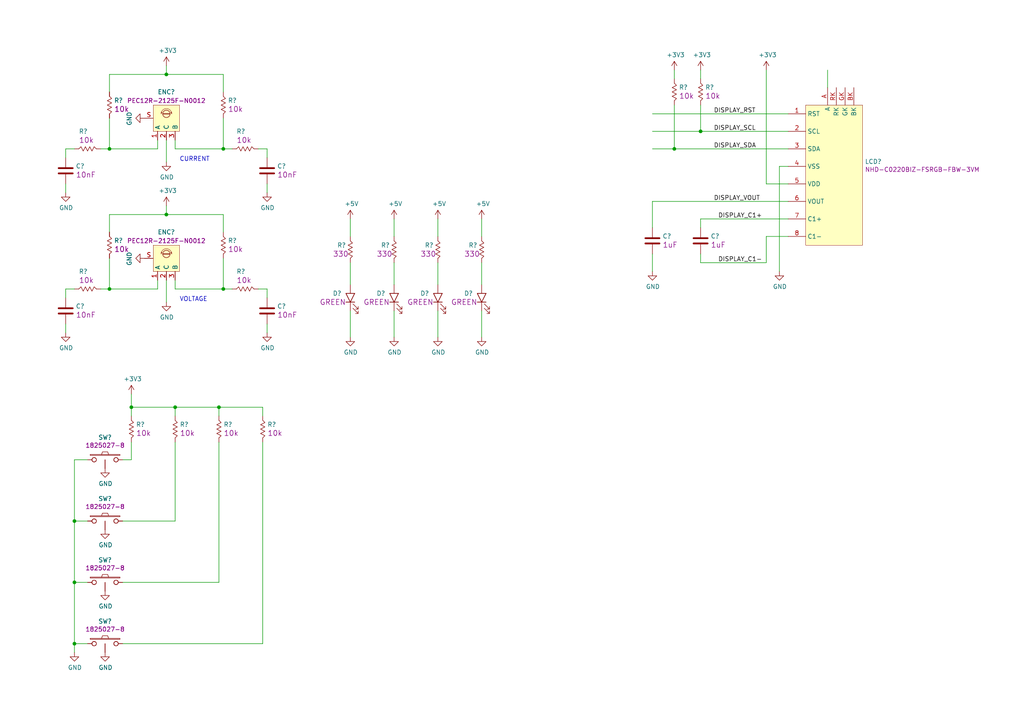
<source format=kicad_sch>
(kicad_sch (version 20211123) (generator eeschema)
  (paper "A4")
  (lib_symbols
    (symbol "master-vampire_General:C" (pin_numbers hide)
      (property "Reference" "C" (at 3.81 2.54 0))
      (property "Capacitance" "1uF" (at 6.35 0 0))
      (symbol "C_0_1"
        (polyline (pts (xy -2.032 -0.762) (xy 2.032 -0.762)) (stroke (width 0.508)))
        (polyline (pts (xy -2.032 0.762) (xy 2.032 0.762)) (stroke (width 0.508)))
      )
      (symbol "C_1_1"
        (pin passive line (at 0 3.81 270) (length 2.794) (name "~") (number "1"))
        (pin passive line (at 0 -3.81 90) (length 2.794) (name "~") (number "2"))
      )
    )
    (symbol "master-vampire_General:ENC_ACB_SHIELD"
      (property "Reference" "ENC" (at 0 7.62 0))
      (property "MPN" "DNP" (at 0 5.08 0))
      (symbol "ENC_ACB_SHIELD_0_1"
        (rectangle (start -3.81 -3.81) (end 3.81 3.81) (stroke (width 0.1016)) (fill (type background)))
        (polyline (pts (xy -1.016 1.27) (xy 1.016 1.27)) (stroke (width 0.254)))
        (polyline (pts (xy -1.524 1.27) (xy -1.27 1.778) (xy -1.524 1.778) (xy -1.524 1.27)) (stroke (width 0.1016)))
        (polyline (pts (xy 1.524 1.27) (xy 1.27 1.778) (xy 1.524 1.778) (xy 1.524 1.27)) (stroke (width 0.1016)))
        (circle (center 0 1.27) (radius 1.0668))
        (arc (start 1.524 1.27) (mid 0 2.794) (end -1.524 1.27) (stroke (width 0.1016)))
      )
      (symbol "ENC_ACB_SHIELD_1_1"
        (pin input line (at -2.54 -6.35 90) (length 2.54) (name "A") (number "1"))
        (pin input line (at 0 -6.35 90) (length 2.54) (name "C") (number "2"))
        (pin input line (at 2.54 -6.35 90) (length 2.54) (name "B") (number "3"))
        (pin input line (at -6.35 0 0) (length 2.54) (name "~") (number "S"))
      )
    )
    (symbol "master-vampire_General:LCD_NHD-C0220BIZ-FSRGB-FBW-3VM"
      (property "Reference" "LCD" (at -7.62 21.59 0))
      (property "MPN" "NHD-C0220BIZ-FSRGB-FBW-3VM" (at 1.27 -21.59 0))
      (symbol "LCD_NHD-C0220BIZ-FSRGB-FBW-3VM_0_1"
        (rectangle (start -8.89 20.32) (end 7.62 -20.32) (stroke (width 0.1016)) (fill (type background)))
      )
      (symbol "LCD_NHD-C0220BIZ-FSRGB-FBW-3VM_1_1"
        (pin input line (at -13.97 17.78 0) (length 5.08) (name "RST") (number "1"))
        (pin bidirectional line (at -13.97 12.7 0) (length 5.08) (name "SCL") (number "2"))
        (pin bidirectional line (at -13.97 7.62 0) (length 5.08) (name "SDA") (number "3"))
        (pin power_in line (at -13.97 2.54 0) (length 5.08) (name "VSS") (number "4"))
        (pin power_in line (at -13.97 -2.54 0) (length 5.08) (name "VDD") (number "5"))
        (pin power_out line (at -13.97 -7.62 0) (length 5.08) (name "VOUT") (number "6"))
        (pin bidirectional line (at -13.97 -12.7 0) (length 5.08) (name "C1+") (number "7"))
        (pin bidirectional line (at -13.97 -17.78 0) (length 5.08) (name "C1-") (number "8"))
        (pin input line (at -2.54 25.4 270) (length 5.08) (name "A") (number "A"))
        (pin output line (at 5.08 25.4 270) (length 5.08) (name "BK") (number "BK"))
        (pin output line (at 2.54 25.4 270) (length 5.08) (name "GK") (number "GK"))
        (pin output line (at 0 25.4 270) (length 5.08) (name "RK") (number "RK"))
      )
    )
    (symbol "master-vampire_General:LED" (pin_numbers hide) (pin_names hide)
      (property "Reference" "D" (at 0 2.54 0))
      (property "MPN" "DNP" (at 0 -6.35 0))
      (property "Color" "Red" (at 0 -3.81 0))
      (symbol "LED_0_1"
        (polyline (pts (xy -1.27 -1.27) (xy -1.27 1.27)) (stroke (width 0.2032)))
        (polyline (pts (xy 1.27 -1.27) (xy 1.27 1.27) (xy -1.27 0) (xy 1.27 -1.27)) (stroke (width 0.2032)))
        (polyline (pts (xy -3.048 -0.762) (xy -4.572 -2.286) (xy -3.81 -2.286) (xy -4.572 -2.286) (xy -4.572 -1.524)))
        (polyline (pts (xy -1.778 -0.762) (xy -3.302 -2.286) (xy -2.54 -2.286) (xy -3.302 -2.286) (xy -3.302 -1.524)))
      )
      (symbol "LED_1_1"
        (pin passive line (at 3.81 0 180) (length 2.54) (name "A") (number "A"))
        (pin passive line (at -3.81 0 0) (length 2.54) (name "K") (number "K"))
      )
    )
    (symbol "master-vampire_General:R" (pin_numbers hide) (pin_names (offset 0))
      (property "Reference" "R" (at 0 2.54 0))
      (property "Resistance" "10k" (at 0 -2.54 0))
      (symbol "R_0_1"
        (polyline (pts (xy -2.54 0) (xy -1.905 0.635) (xy -1.27 -0.635) (xy -0.635 0.635) (xy 0 -0.635) (xy 0.635 0.635) (xy 1.27 -0.635) (xy 1.905 0.635) (xy 2.54 0)))
      )
      (symbol "R_1_1"
        (pin passive line (at 3.81 0 180) (length 1.27) (name "~") (number "1"))
        (pin passive line (at -3.81 0 0) (length 1.27) (name "~") (number "2"))
      )
    )
    (symbol "master-vampire_General:SW_2-Pin_SHIELD" (pin_numbers hide) (pin_names hide)
      (property "Reference" "SW" (at 3.81 2.794 0))
      (symbol "SW_2-Pin_SHIELD_0_1"
        (rectangle (start -4.318 1.27) (end 4.318 1.524))
        (polyline (pts (xy -1.016 1.524) (xy -0.762 2.286) (xy 0.762 2.286) (xy 1.016 1.524)))
        (pin bidirectional inverted (at -5.08 0 0) (length 2.54) (name "in") (number "1"))
        (pin bidirectional inverted (at 5.08 0 180) (length 2.54) (name "out") (number "2"))
        (pin bidirectional line (at 0 -2.54 90) (length 2.54) (name "shield") (number "3"))
      )
    )
    (symbol "power:+3.3V" (power) (pin_names (offset 0))
      (property "Value" "+3.3V" (at 0 3.556 0))
      (symbol "+3.3V_0_1"
        (polyline (pts (xy -0.762 1.27) (xy 0 2.54)))
        (polyline (pts (xy 0 0) (xy 0 2.54)))
        (polyline (pts (xy 0 2.54) (xy 0.762 1.27)))
      )
      (symbol "+3.3V_1_1"
        (pin power_in line (at 0 0 90) (length 0) hide (name "+3V3") (number "1"))
      )
    )
    (symbol "power:+5V" (power) (pin_names (offset 0))
      (property "Value" "+5V" (at 0 3.556 0))
      (symbol "+5V_0_1"
        (polyline (pts (xy -0.762 1.27) (xy 0 2.54)))
        (polyline (pts (xy 0 0) (xy 0 2.54)))
        (polyline (pts (xy 0 2.54) (xy 0.762 1.27)))
      )
      (symbol "+5V_1_1"
        (pin power_in line (at 0 0 90) (length 0) hide (name "+5V") (number "1"))
      )
    )
    (symbol "power:GND" (power) (pin_names (offset 0))
      (property "Value" "GND" (at 0 -3.81 0))
      (symbol "GND_0_1"
        (polyline (pts (xy 0 0) (xy 0 -1.27) (xy 1.27 -1.27) (xy 0 -2.54) (xy -1.27 -1.27) (xy 0 -1.27)))
      )
      (symbol "GND_1_1"
        (pin power_in line (at 0 0 270) (length 0) hide (name "GND") (number "1"))
      )
    )
  )
  (junction (at 21.59 168.91))
  (junction (at 31.75 43.18))
  (junction (at 195.58 43.18))
  (junction (at 203.2 38.1))
  (junction (at 21.59 186.69))
  (junction (at 64.77 83.82))
  (junction (at 38.1 118.11))
  (junction (at 63.5 118.11))
  (junction (at 48.26 62.23))
  (junction (at 48.26 21.59))
  (junction (at 50.8 118.11))
  (junction (at 21.59 151.13))
  (junction (at 31.75 83.82))
  (junction (at 64.77 43.18))
  (wire (pts (xy 31.75 34.29) (xy 31.75 43.18)))
  (wire (pts (xy 203.2 73.66) (xy 203.2 76.2)))
  (wire (pts (xy 189.23 58.42) (xy 228.6 58.42)))
  (wire (pts (xy 76.2 128.27) (xy 76.2 186.69)))
  (wire (pts (xy 31.75 74.93) (xy 31.75 83.82)))
  (wire (pts (xy 64.77 83.82) (xy 50.8 83.82)))
  (wire (pts (xy 189.23 33.02) (xy 228.6 33.02)))
  (wire (pts (xy 114.3 90.17) (xy 114.3 97.79)))
  (wire (pts (xy 74.93 83.82) (xy 77.47 83.82)))
  (wire (pts (xy 35.56 133.35) (xy 38.1 133.35)))
  (wire (pts (xy 139.7 63.5) (xy 139.7 68.58)))
  (wire (pts (xy 21.59 43.18) (xy 19.05 43.18)))
  (wire (pts (xy 64.77 34.29) (xy 64.77 43.18)))
  (wire (pts (xy 203.2 63.5) (xy 203.2 66.04)))
  (wire (pts (xy 228.6 68.58) (xy 222.25 68.58)))
  (wire (pts (xy 101.6 90.17) (xy 101.6 97.79)))
  (wire (pts (xy 31.75 62.23) (xy 48.26 62.23)))
  (wire (pts (xy 35.56 168.91) (xy 63.5 168.91)))
  (wire (pts (xy 77.47 43.18) (xy 77.47 45.72)))
  (wire (pts (xy 50.8 43.18) (xy 50.8 40.64)))
  (wire (pts (xy 77.47 83.82) (xy 77.47 86.36)))
  (wire (pts (xy 127 90.17) (xy 127 97.79)))
  (wire (pts (xy 74.93 43.18) (xy 77.47 43.18)))
  (wire (pts (xy 228.6 43.18) (xy 195.58 43.18)))
  (wire (pts (xy 77.47 96.52) (xy 77.47 93.98)))
  (wire (pts (xy 195.58 30.48) (xy 195.58 43.18)))
  (wire (pts (xy 63.5 120.65) (xy 63.5 118.11)))
  (wire (pts (xy 38.1 133.35) (xy 38.1 128.27)))
  (wire (pts (xy 76.2 186.69) (xy 35.56 186.69)))
  (wire (pts (xy 63.5 118.11) (xy 50.8 118.11)))
  (wire (pts (xy 222.25 68.58) (xy 222.25 76.2)))
  (wire (pts (xy 203.2 20.32) (xy 203.2 22.86)))
  (wire (pts (xy 114.3 63.5) (xy 114.3 68.58)))
  (wire (pts (xy 222.25 53.34) (xy 228.6 53.34)))
  (wire (pts (xy 45.72 83.82) (xy 45.72 81.28)))
  (wire (pts (xy 29.21 83.82) (xy 31.75 83.82)))
  (wire (pts (xy 222.25 20.32) (xy 222.25 53.34)))
  (wire (pts (xy 189.23 38.1) (xy 203.2 38.1)))
  (wire (pts (xy 31.75 21.59) (xy 48.26 21.59)))
  (wire (pts (xy 240.03 20.32) (xy 240.03 25.4)))
  (wire (pts (xy 189.23 78.74) (xy 189.23 73.66)))
  (wire (pts (xy 31.75 67.31) (xy 31.75 62.23)))
  (wire (pts (xy 19.05 43.18) (xy 19.05 45.72)))
  (wire (pts (xy 25.4 133.35) (xy 21.59 133.35)))
  (wire (pts (xy 63.5 168.91) (xy 63.5 128.27)))
  (wire (pts (xy 31.75 83.82) (xy 45.72 83.82)))
  (wire (pts (xy 64.77 74.93) (xy 64.77 83.82)))
  (wire (pts (xy 64.77 62.23) (xy 64.77 67.31)))
  (wire (pts (xy 19.05 96.52) (xy 19.05 93.98)))
  (wire (pts (xy 67.31 83.82) (xy 64.77 83.82)))
  (wire (pts (xy 228.6 48.26) (xy 226.06 48.26)))
  (wire (pts (xy 203.2 76.2) (xy 222.25 76.2)))
  (wire (pts (xy 127 76.2) (xy 127 82.55)))
  (wire (pts (xy 50.8 83.82) (xy 50.8 81.28)))
  (wire (pts (xy 64.77 43.18) (xy 50.8 43.18)))
  (wire (pts (xy 48.26 81.28) (xy 48.26 87.63)))
  (wire (pts (xy 50.8 118.11) (xy 38.1 118.11)))
  (wire (pts (xy 189.23 58.42) (xy 189.23 66.04)))
  (wire (pts (xy 226.06 48.26) (xy 226.06 78.74)))
  (wire (pts (xy 29.21 43.18) (xy 31.75 43.18)))
  (wire (pts (xy 77.47 55.88) (xy 77.47 53.34)))
  (wire (pts (xy 31.75 26.67) (xy 31.75 21.59)))
  (wire (pts (xy 25.4 151.13) (xy 21.59 151.13)))
  (wire (pts (xy 50.8 120.65) (xy 50.8 118.11)))
  (wire (pts (xy 25.4 168.91) (xy 21.59 168.91)))
  (wire (pts (xy 48.26 19.05) (xy 48.26 21.59)))
  (wire (pts (xy 127 63.5) (xy 127 68.58)))
  (wire (pts (xy 21.59 168.91) (xy 21.59 186.69)))
  (wire (pts (xy 64.77 21.59) (xy 64.77 26.67)))
  (wire (pts (xy 21.59 186.69) (xy 21.59 189.23)))
  (wire (pts (xy 38.1 114.3) (xy 38.1 118.11)))
  (wire (pts (xy 19.05 55.88) (xy 19.05 53.34)))
  (wire (pts (xy 67.31 43.18) (xy 64.77 43.18)))
  (wire (pts (xy 48.26 62.23) (xy 64.77 62.23)))
  (wire (pts (xy 76.2 120.65) (xy 76.2 118.11)))
  (wire (pts (xy 195.58 20.32) (xy 195.58 22.86)))
  (wire (pts (xy 50.8 151.13) (xy 35.56 151.13)))
  (wire (pts (xy 31.75 43.18) (xy 45.72 43.18)))
  (wire (pts (xy 19.05 83.82) (xy 19.05 86.36)))
  (wire (pts (xy 21.59 151.13) (xy 21.59 168.91)))
  (wire (pts (xy 45.72 43.18) (xy 45.72 40.64)))
  (wire (pts (xy 76.2 118.11) (xy 63.5 118.11)))
  (wire (pts (xy 101.6 76.2) (xy 101.6 82.55)))
  (wire (pts (xy 21.59 133.35) (xy 21.59 151.13)))
  (wire (pts (xy 101.6 63.5) (xy 101.6 68.58)))
  (wire (pts (xy 48.26 59.69) (xy 48.26 62.23)))
  (wire (pts (xy 203.2 38.1) (xy 228.6 38.1)))
  (wire (pts (xy 48.26 21.59) (xy 64.77 21.59)))
  (wire (pts (xy 114.3 76.2) (xy 114.3 82.55)))
  (wire (pts (xy 25.4 186.69) (xy 21.59 186.69)))
  (wire (pts (xy 139.7 90.17) (xy 139.7 97.79)))
  (wire (pts (xy 21.59 83.82) (xy 19.05 83.82)))
  (wire (pts (xy 50.8 128.27) (xy 50.8 151.13)))
  (wire (pts (xy 139.7 76.2) (xy 139.7 82.55)))
  (wire (pts (xy 203.2 63.5) (xy 228.6 63.5)))
  (wire (pts (xy 203.2 30.48) (xy 203.2 38.1)))
  (wire (pts (xy 195.58 43.18) (xy 189.23 43.18)))
  (wire (pts (xy 48.26 40.64) (xy 48.26 46.99)))
  (wire (pts (xy 38.1 118.11) (xy 38.1 120.65)))
  (text "VOLTAGE" (at 52.07 87.63 0) (effects (font (size 1.27 1.27)) (justify left bottom)))
  (text "CURRENT" (at 52.07 46.99 0) (effects (font (size 1.27 1.27)) (justify left bottom)))
  (label "DISPLAY_C1+" (at 208.28 63.5 0))
  (label "DISPLAY_SDA" (at 207.01 43.18 0))
  (label "DISPLAY_VOUT" (at 207.01 58.42 0))
  (label "DISPLAY_C1-" (at 208.28 76.2 0))
  (label "DISPLAY_SCL" (at 207.01 38.1 0))
  (label "DISPLAY_RST" (at 207.01 33.02 0))
  (symbol (lib_id "master-vampire_General:C") (at 189.23 69.85 0) (unit 1)
    (property "Reference" "C?" (at 192.151 68.5038 0) (effects (justify left)))
    (property "Capacitance" "1uF" (at 192.151 71.0184 0) (effects (font (size 1.524 1.524)) (justify left)))
    (property "Voltage Rating" "50V" (effects hide))
    (property "TempCo" "X7R" (effects hide))
    (property "Tolerance" "±20%" (effects hide))
    (property "Package" "0603" (effects hide))
    (property "MPN" "DNP" (effects hide))
    (property "Manufacturer" "DNP" (effects hide))
    (property "Supplier" "DNP" (effects hide))
    (property "Supplier PN" "DNP" (effects hide))
  )
  (symbol (lib_id "master-vampire_General:R") (at 195.58 26.67 270) (unit 1)
    (property "Reference" "R?" (at 196.9262 25.3238 90) (effects (justify left)))
    (property "Resistance" "10k" (at 196.9262 27.8384 90) (effects (font (size 1.524 1.524)) (justify left)))
    (property "Power" "1/10W" (effects hide))
    (property "Package" "0603" (effects hide))
    (property "Tolerance" "5%" (effects hide))
    (property "MPN" "DNP" (effects hide))
    (property "Manufacturer" "DNP" (effects hide))
    (property "Supplier" "DNP" (effects hide))
    (property "Supplier PN" "DNP" (effects hide))
  )
  (symbol (lib_id "master-vampire_General:C") (at 203.2 69.85 0) (unit 1)
    (property "Reference" "C?" (at 206.121 68.5038 0) (effects (justify left)))
    (property "Capacitance" "1uF" (at 206.121 71.0184 0) (effects (font (size 1.524 1.524)) (justify left)))
    (property "Voltage Rating" "50V" (effects hide))
    (property "TempCo" "X7R" (effects hide))
    (property "Tolerance" "±20%" (effects hide))
    (property "Package" "0603" (effects hide))
    (property "MPN" "DNP" (effects hide))
    (property "Manufacturer" "DNP" (effects hide))
    (property "Supplier" "DNP" (effects hide))
    (property "Supplier PN" "DNP" (effects hide))
  )
  (symbol (lib_id "master-vampire_General:R") (at 203.2 26.67 270) (unit 1)
    (property "Reference" "R?" (at 204.5462 25.3238 90) (effects (justify left)))
    (property "Resistance" "10k" (at 204.5462 27.8384 90) (effects (font (size 1.524 1.524)) (justify left)))
    (property "Power" "1/10W" (effects hide))
    (property "Package" "0603" (effects hide))
    (property "Tolerance" "5%" (effects hide))
    (property "MPN" "DNP" (effects hide))
    (property "Manufacturer" "DNP" (effects hide))
    (property "Supplier" "DNP" (effects hide))
    (property "Supplier PN" "DNP" (effects hide))
  )
  (symbol (lib_id "power:+3.3V") (at 222.25 20.32 0) (unit 1)
    (property "Reference" "#PWR?" (effects hide))
  )
  (symbol (lib_id "power:GND") (at 226.06 78.74 0) (unit 1)
    (property "Reference" "#PWR?" (effects hide))
  )
  (symbol (lib_id "master-vampire_General:LCD_NHD-C0220BIZ-FSRGB-FBW-3VM") (at 242.57 50.8 0) (unit 1)
    (property "Reference" "LCD?" (at 250.8504 46.863 0) (effects (justify left)))
    (property "MPN" "NHD-C0220BIZ-FSRGB-FBW-3VM" (at 250.8504 49.1744 0) (effects (justify left)))
    (property "Manufacturer" "Newhaven Display Intl" (effects hide))
    (property "Supplier" "DNP" (effects hide))
    (property "Supplier PN" "DNP" (effects hide))
    (property "Package" "Thru Hole" (effects hide))
  )
  (symbol (lib_id "power:+3.3V") (at 203.2 20.32 0) (unit 1)
    (property "Reference" "#PWR?" (effects hide))
  )
  (symbol (lib_id "power:+3.3V") (at 195.58 20.32 0) (unit 1)
    (property "Reference" "#PWR?" (effects hide))
  )
  (symbol (lib_id "power:GND") (at 189.23 78.74 0) (unit 1)
    (property "Reference" "#PWR?" (effects hide))
  )
  (symbol (lib_id "master-vampire_General:SW_2-Pin_SHIELD") (at 30.48 186.69 0) (unit 1)
    (property "Reference" "SW?" (at 30.48 180.213 0))
    (property "Supplier" "DigiKey" (effects hide))
    (property "Supplier PN" "450-1657-ND" (effects hide))
    (property "MPN" "1825027-8" (at 30.48 182.5244 0))
    (property "Manufacturer" "TE Connectivity ALCOSWITCH Switches" (effects hide))
    (property "Package" "Through Hole, Right Angle" (effects hide))
  )
  (symbol (lib_id "master-vampire_General:ENC_ACB_SHIELD") (at 48.26 34.29 0) (unit 1)
    (property "Reference" "ENC?" (at 45.72 26.67 0) (effects (justify left)))
    (property "Manufacturer" "Bourns Inc." (effects hide))
    (property "MPN" "PEC12R-2125F-N0012" (at 36.83 29.21 0) (effects (justify left)))
    (property "Supplier" "DigiKey" (effects hide))
    (property "Supplier PN" "PEC12R-2125F-N0012-ND" (effects hide))
    (property "Package" "Thru-hole, Right-angle" (effects hide))
  )
  (symbol (lib_id "master-vampire_General:SW_2-Pin_SHIELD") (at 30.48 168.91 0) (unit 1)
    (property "Reference" "SW?" (at 30.48 162.433 0))
    (property "Supplier" "DigiKey" (effects hide))
    (property "Supplier PN" "450-1657-ND" (effects hide))
    (property "MPN" "1825027-8" (at 30.48 164.7444 0))
    (property "Manufacturer" "TE Connectivity ALCOSWITCH Switches" (effects hide))
    (property "Package" "Through Hole, Right Angle" (effects hide))
  )
  (symbol (lib_id "master-vampire_General:SW_2-Pin_SHIELD") (at 30.48 151.13 0) (unit 1)
    (property "Reference" "SW?" (at 30.48 144.653 0))
    (property "Supplier" "DigiKey" (effects hide))
    (property "Supplier PN" "450-1657-ND" (effects hide))
    (property "MPN" "1825027-8" (at 30.48 146.9644 0))
    (property "Manufacturer" "TE Connectivity ALCOSWITCH Switches" (effects hide))
    (property "Package" "Through Hole, Right Angle" (effects hide))
  )
  (symbol (lib_id "master-vampire_General:SW_2-Pin_SHIELD") (at 30.48 133.35 0) (unit 1)
    (property "Reference" "SW?" (at 30.48 126.873 0))
    (property "Supplier" "DigiKey" (effects hide))
    (property "Supplier PN" "450-1657-ND" (effects hide))
    (property "MPN" "1825027-8" (at 30.48 129.1844 0))
    (property "Manufacturer" "TE Connectivity ALCOSWITCH Switches" (effects hide))
    (property "Package" "Through Hole, Right Angle" (effects hide))
  )
  (symbol (lib_id "master-vampire_General:LED") (at 101.6 86.36 90) (unit 1)
    (property "Reference" "D?" (at 97.79 85.09 90))
    (property "Manufacturer" "Harvatek Corporation" (effects hide))
    (property "MPN" "HV-31210/230/SYG-U1930" (effects hide))
    (property "Color" "GREEN" (at 96.52 87.63 90) (effects (font (size 1.524 1.524))))
    (property "Supplier" "DigiKey" (effects hide))
    (property "Supplier PN" "3147-HV-31210/230/SYG-U1930-ND" (effects hide))
    (property "Package" "Through Hole, Right Angle" (effects hide))
  )
  (symbol (lib_id "master-vampire_General:R") (at 31.75 30.48 270) (unit 1)
    (property "Reference" "R?" (at 33.0962 29.1338 90) (effects (justify left)))
    (property "Resistance" "10k" (at 33.0962 31.6484 90) (effects (font (size 1.524 1.524)) (justify left)))
    (property "Power" "1/10W" (effects hide))
    (property "Package" "0603" (effects hide))
    (property "Tolerance" "5%" (effects hide))
    (property "MPN" "DNP" (effects hide))
    (property "Manufacturer" "DNP" (effects hide))
    (property "Supplier" "DNP" (effects hide))
    (property "Supplier PN" "DNP" (effects hide))
  )
  (symbol (lib_id "power:GND") (at 48.26 46.99 0) (unit 1)
    (property "Reference" "#PWR?" (effects hide))
  )
  (symbol (lib_id "master-vampire_General:R") (at 64.77 30.48 270) (unit 1)
    (property "Reference" "R?" (at 66.1162 29.1338 90) (effects (justify left)))
    (property "Resistance" "10k" (at 66.1162 31.6484 90) (effects (font (size 1.524 1.524)) (justify left)))
    (property "Power" "1/10W" (effects hide))
    (property "Package" "0603" (effects hide))
    (property "Tolerance" "5%" (effects hide))
    (property "MPN" "DNP" (effects hide))
    (property "Manufacturer" "DNP" (effects hide))
    (property "Supplier" "DNP" (effects hide))
    (property "Supplier PN" "DNP" (effects hide))
  )
  (symbol (lib_id "master-vampire_General:R") (at 25.4 43.18 0) (unit 1)
    (property "Reference" "R?" (at 22.86 38.1 0) (effects (justify left)))
    (property "Resistance" "10k" (at 22.86 40.64 0) (effects (font (size 1.524 1.524)) (justify left)))
    (property "Power" "1/10W" (effects hide))
    (property "Package" "0603" (effects hide))
    (property "Tolerance" "5%" (effects hide))
    (property "MPN" "DNP" (effects hide))
    (property "Manufacturer" "DNP" (effects hide))
    (property "Supplier" "DNP" (effects hide))
    (property "Supplier PN" "DNP" (effects hide))
  )
  (symbol (lib_id "master-vampire_General:R") (at 71.12 43.18 0) (unit 1)
    (property "Reference" "R?" (at 68.58 38.1 0) (effects (justify left)))
    (property "Resistance" "10k" (at 68.58 40.64 0) (effects (font (size 1.524 1.524)) (justify left)))
    (property "Power" "1/10W" (effects hide))
    (property "Package" "0603" (effects hide))
    (property "Tolerance" "5%" (effects hide))
    (property "MPN" "DNP" (effects hide))
    (property "Manufacturer" "DNP" (effects hide))
    (property "Supplier" "DNP" (effects hide))
    (property "Supplier PN" "DNP" (effects hide))
  )
  (symbol (lib_id "master-vampire_General:C") (at 19.05 49.53 0) (unit 1)
    (property "Reference" "C?" (at 21.971 48.1838 0) (effects (justify left)))
    (property "Capacitance" "10nF" (at 21.971 50.6984 0) (effects (font (size 1.524 1.524)) (justify left)))
    (property "Voltage Rating" "50V" (effects hide))
    (property "TempCo" "X7R" (effects hide))
    (property "Tolerance" "±20%" (effects hide))
    (property "Package" "0603" (effects hide))
    (property "MPN" "DNP" (effects hide))
    (property "Manufacturer" "DNP" (effects hide))
    (property "Supplier" "DNP" (effects hide))
    (property "Supplier PN" "DNP" (effects hide))
  )
  (symbol (lib_id "master-vampire_General:C") (at 77.47 49.53 0) (unit 1)
    (property "Reference" "C?" (at 80.391 48.1838 0) (effects (justify left)))
    (property "Capacitance" "10nF" (at 80.391 50.6984 0) (effects (font (size 1.524 1.524)) (justify left)))
    (property "Voltage Rating" "50V" (effects hide))
    (property "TempCo" "X7R" (effects hide))
    (property "Tolerance" "±20%" (effects hide))
    (property "Package" "0603" (effects hide))
    (property "MPN" "DNP" (effects hide))
    (property "Manufacturer" "DNP" (effects hide))
    (property "Supplier" "DNP" (effects hide))
    (property "Supplier PN" "DNP" (effects hide))
  )
  (symbol (lib_id "power:GND") (at 19.05 55.88 0) (unit 1)
    (property "Reference" "#PWR?" (effects hide))
  )
  (symbol (lib_id "power:GND") (at 77.47 55.88 0) (unit 1)
    (property "Reference" "#PWR?" (effects hide))
  )
  (symbol (lib_id "power:+3.3V") (at 48.26 19.05 0) (unit 1)
    (property "Reference" "#PWR?" (effects hide))
  )
  (symbol (lib_id "power:GND") (at 41.91 34.29 270) (unit 1)
    (property "Reference" "#PWR?" (effects hide))
  )
  (symbol (lib_id "master-vampire_General:ENC_ACB_SHIELD") (at 48.26 74.93 0) (unit 1)
    (property "Reference" "ENC?" (at 45.72 67.31 0) (effects (justify left)))
    (property "Manufacturer" "Bourns Inc." (effects hide))
    (property "MPN" "PEC12R-2125F-N0012" (at 36.83 69.85 0) (effects (justify left)))
    (property "Supplier" "DigiKey" (effects hide))
    (property "Supplier PN" "PEC12R-2125F-N0012-ND" (effects hide))
    (property "Package" "Thru-hole, Right-angle" (effects hide))
  )
  (symbol (lib_id "master-vampire_General:R") (at 31.75 71.12 270) (unit 1)
    (property "Reference" "R?" (at 33.0962 69.7738 90) (effects (justify left)))
    (property "Resistance" "10k" (at 33.0962 72.2884 90) (effects (font (size 1.524 1.524)) (justify left)))
    (property "Power" "1/10W" (effects hide))
    (property "Package" "0603" (effects hide))
    (property "Tolerance" "5%" (effects hide))
    (property "MPN" "DNP" (effects hide))
    (property "Manufacturer" "DNP" (effects hide))
    (property "Supplier" "DNP" (effects hide))
    (property "Supplier PN" "DNP" (effects hide))
  )
  (symbol (lib_id "power:GND") (at 48.26 87.63 0) (unit 1)
    (property "Reference" "#PWR?" (effects hide))
  )
  (symbol (lib_id "master-vampire_General:R") (at 64.77 71.12 270) (unit 1)
    (property "Reference" "R?" (at 66.1162 69.7738 90) (effects (justify left)))
    (property "Resistance" "10k" (at 66.1162 72.2884 90) (effects (font (size 1.524 1.524)) (justify left)))
    (property "Power" "1/10W" (effects hide))
    (property "Package" "0603" (effects hide))
    (property "Tolerance" "5%" (effects hide))
    (property "MPN" "DNP" (effects hide))
    (property "Manufacturer" "DNP" (effects hide))
    (property "Supplier" "DNP" (effects hide))
    (property "Supplier PN" "DNP" (effects hide))
  )
  (symbol (lib_id "master-vampire_General:R") (at 25.4 83.82 0) (unit 1)
    (property "Reference" "R?" (at 22.86 78.74 0) (effects (justify left)))
    (property "Resistance" "10k" (at 22.86 81.28 0) (effects (font (size 1.524 1.524)) (justify left)))
    (property "Power" "1/10W" (effects hide))
    (property "Package" "0603" (effects hide))
    (property "Tolerance" "5%" (effects hide))
    (property "MPN" "DNP" (effects hide))
    (property "Manufacturer" "DNP" (effects hide))
    (property "Supplier" "DNP" (effects hide))
    (property "Supplier PN" "DNP" (effects hide))
  )
  (symbol (lib_id "master-vampire_General:R") (at 71.12 83.82 0) (unit 1)
    (property "Reference" "R?" (at 68.58 78.74 0) (effects (justify left)))
    (property "Resistance" "10k" (at 68.58 81.28 0) (effects (font (size 1.524 1.524)) (justify left)))
    (property "Power" "1/10W" (effects hide))
    (property "Package" "0603" (effects hide))
    (property "Tolerance" "5%" (effects hide))
    (property "MPN" "DNP" (effects hide))
    (property "Manufacturer" "DNP" (effects hide))
    (property "Supplier" "DNP" (effects hide))
    (property "Supplier PN" "DNP" (effects hide))
  )
  (symbol (lib_id "master-vampire_General:C") (at 19.05 90.17 0) (unit 1)
    (property "Reference" "C?" (at 21.971 88.8238 0) (effects (justify left)))
    (property "Capacitance" "10nF" (at 21.971 91.3384 0) (effects (font (size 1.524 1.524)) (justify left)))
    (property "Voltage Rating" "50V" (effects hide))
    (property "TempCo" "X7R" (effects hide))
    (property "Tolerance" "±20%" (effects hide))
    (property "Package" "0603" (effects hide))
    (property "MPN" "DNP" (effects hide))
    (property "Manufacturer" "DNP" (effects hide))
    (property "Supplier" "DNP" (effects hide))
    (property "Supplier PN" "DNP" (effects hide))
  )
  (symbol (lib_id "master-vampire_General:C") (at 77.47 90.17 0) (unit 1)
    (property "Reference" "C?" (at 80.391 88.8238 0) (effects (justify left)))
    (property "Capacitance" "10nF" (at 80.391 91.3384 0) (effects (font (size 1.524 1.524)) (justify left)))
    (property "Voltage Rating" "50V" (effects hide))
    (property "TempCo" "X7R" (effects hide))
    (property "Tolerance" "±20%" (effects hide))
    (property "Package" "0603" (effects hide))
    (property "MPN" "DNP" (effects hide))
    (property "Manufacturer" "DNP" (effects hide))
    (property "Supplier" "DNP" (effects hide))
    (property "Supplier PN" "DNP" (effects hide))
  )
  (symbol (lib_id "power:GND") (at 19.05 96.52 0) (unit 1)
    (property "Reference" "#PWR?" (effects hide))
  )
  (symbol (lib_id "power:GND") (at 77.47 96.52 0) (unit 1)
    (property "Reference" "#PWR?" (effects hide))
  )
  (symbol (lib_id "power:+3.3V") (at 48.26 59.69 0) (unit 1)
    (property "Reference" "#PWR?" (effects hide))
  )
  (symbol (lib_id "power:GND") (at 41.91 74.93 270) (unit 1)
    (property "Reference" "#PWR?" (effects hide))
  )
  (symbol (lib_id "master-vampire_General:R") (at 101.6 72.39 270) (unit 1)
    (property "Reference" "R?" (at 97.79 71.12 90) (effects (justify left)))
    (property "Resistance" "330" (at 96.52 73.66 90) (effects (font (size 1.524 1.524)) (justify left)))
    (property "Power" "0.25W" (effects hide))
    (property "Package" "Axial" (effects hide))
    (property "Tolerance" "5" (effects hide))
    (property "MPN" "CF14JT330R" (effects hide))
    (property "Manufacturer" "Stackpole Electronics Inc" (effects hide))
    (property "Supplier" "DigiKey" (effects hide))
    (property "Supplier PN" "CF14JT330RCT-ND" (effects hide))
  )
  (symbol (lib_id "power:GND") (at 101.6 97.79 0) (unit 1)
    (property "Reference" "#PWR?" (effects hide))
  )
  (symbol (lib_id "power:+5V") (at 101.6 63.5 0) (unit 1)
    (property "Reference" "#PWR?" (effects hide))
  )
  (symbol (lib_id "master-vampire_General:R") (at 114.3 72.39 270) (unit 1)
    (property "Reference" "R?" (at 110.49 71.12 90) (effects (justify left)))
    (property "Resistance" "330" (at 109.22 73.66 90) (effects (font (size 1.524 1.524)) (justify left)))
    (property "Power" "0.25W" (effects hide))
    (property "Package" "Axial" (effects hide))
    (property "Tolerance" "5" (effects hide))
    (property "MPN" "CF14JT330R" (effects hide))
    (property "Manufacturer" "Stackpole Electronics Inc" (effects hide))
    (property "Supplier" "DigiKey" (effects hide))
    (property "Supplier PN" "CF14JT330RCT-ND" (effects hide))
  )
  (symbol (lib_id "power:GND") (at 114.3 97.79 0) (unit 1)
    (property "Reference" "#PWR?" (effects hide))
  )
  (symbol (lib_id "power:+5V") (at 114.3 63.5 0) (unit 1)
    (property "Reference" "#PWR?" (effects hide))
  )
  (symbol (lib_id "master-vampire_General:R") (at 127 72.39 270) (unit 1)
    (property "Reference" "R?" (at 123.19 71.12 90) (effects (justify left)))
    (property "Resistance" "330" (at 121.92 73.66 90) (effects (font (size 1.524 1.524)) (justify left)))
    (property "Power" "0.25W" (effects hide))
    (property "Package" "Axial" (effects hide))
    (property "Tolerance" "5" (effects hide))
    (property "MPN" "CF14JT330R" (effects hide))
    (property "Manufacturer" "Stackpole Electronics Inc" (effects hide))
    (property "Supplier" "DigiKey" (effects hide))
    (property "Supplier PN" "CF14JT330RCT-ND" (effects hide))
  )
  (symbol (lib_id "power:GND") (at 127 97.79 0) (unit 1)
    (property "Reference" "#PWR?" (effects hide))
  )
  (symbol (lib_id "power:+5V") (at 127 63.5 0) (unit 1)
    (property "Reference" "#PWR?" (effects hide))
  )
  (symbol (lib_id "master-vampire_General:R") (at 139.7 72.39 270) (unit 1)
    (property "Reference" "R?" (at 135.89 71.12 90) (effects (justify left)))
    (property "Resistance" "330" (at 134.62 73.66 90) (effects (font (size 1.524 1.524)) (justify left)))
    (property "Power" "0.25W" (effects hide))
    (property "Package" "Axial" (effects hide))
    (property "Tolerance" "5" (effects hide))
    (property "MPN" "CF14JT330R" (effects hide))
    (property "Manufacturer" "Stackpole Electronics Inc" (effects hide))
    (property "Supplier" "DigiKey" (effects hide))
    (property "Supplier PN" "CF14JT330RCT-ND" (effects hide))
  )
  (symbol (lib_id "power:GND") (at 139.7 97.79 0) (unit 1)
    (property "Reference" "#PWR?" (effects hide))
  )
  (symbol (lib_id "power:+5V") (at 139.7 63.5 0) (unit 1)
    (property "Reference" "#PWR?" (effects hide))
  )
  (symbol (lib_id "master-vampire_General:R") (at 38.1 124.46 270) (unit 1)
    (property "Reference" "R?" (at 39.4462 123.1138 90) (effects (justify left)))
    (property "Resistance" "10k" (at 39.4462 125.6284 90) (effects (font (size 1.524 1.524)) (justify left)))
    (property "Power" "1/10W" (effects hide))
    (property "Package" "0603" (effects hide))
    (property "Tolerance" "5%" (effects hide))
    (property "MPN" "DNP" (effects hide))
    (property "Manufacturer" "DNP" (effects hide))
    (property "Supplier" "DNP" (effects hide))
    (property "Supplier PN" "DNP" (effects hide))
  )
  (symbol (lib_id "power:GND") (at 30.48 135.89 0) (unit 1)
    (property "Reference" "#PWR?" (effects hide))
  )
  (symbol (lib_id "power:GND") (at 30.48 153.67 0) (unit 1)
    (property "Reference" "#PWR?" (effects hide))
  )
  (symbol (lib_id "power:GND") (at 30.48 171.45 0) (unit 1)
    (property "Reference" "#PWR?" (effects hide))
  )
  (symbol (lib_id "power:GND") (at 30.48 189.23 0) (unit 1)
    (property "Reference" "#PWR?" (effects hide))
  )
  (symbol (lib_id "power:GND") (at 21.59 189.23 0) (unit 1)
    (property "Reference" "#PWR?" (effects hide))
  )
  (symbol (lib_id "master-vampire_General:R") (at 50.8 124.46 270) (unit 1)
    (property "Reference" "R?" (at 52.1462 123.1138 90) (effects (justify left)))
    (property "Resistance" "10k" (at 52.1462 125.6284 90) (effects (font (size 1.524 1.524)) (justify left)))
    (property "Power" "1/10W" (effects hide))
    (property "Package" "0603" (effects hide))
    (property "Tolerance" "5%" (effects hide))
    (property "MPN" "DNP" (effects hide))
    (property "Manufacturer" "DNP" (effects hide))
    (property "Supplier" "DNP" (effects hide))
    (property "Supplier PN" "DNP" (effects hide))
  )
  (symbol (lib_id "master-vampire_General:R") (at 63.5 124.46 270) (unit 1)
    (property "Reference" "R?" (at 64.8462 123.1138 90) (effects (justify left)))
    (property "Resistance" "10k" (at 64.8462 125.6284 90) (effects (font (size 1.524 1.524)) (justify left)))
    (property "Power" "1/10W" (effects hide))
    (property "Package" "0603" (effects hide))
    (property "Tolerance" "5%" (effects hide))
    (property "MPN" "DNP" (effects hide))
    (property "Manufacturer" "DNP" (effects hide))
    (property "Supplier" "DNP" (effects hide))
    (property "Supplier PN" "DNP" (effects hide))
  )
  (symbol (lib_id "master-vampire_General:R") (at 76.2 124.46 270) (unit 1)
    (property "Reference" "R?" (at 77.5462 123.1138 90) (effects (justify left)))
    (property "Resistance" "10k" (at 77.5462 125.6284 90) (effects (font (size 1.524 1.524)) (justify left)))
    (property "Power" "1/10W" (effects hide))
    (property "Package" "0603" (effects hide))
    (property "Tolerance" "5%" (effects hide))
    (property "MPN" "DNP" (effects hide))
    (property "Manufacturer" "DNP" (effects hide))
    (property "Supplier" "DNP" (effects hide))
    (property "Supplier PN" "DNP" (effects hide))
  )
  (symbol (lib_id "power:+3.3V") (at 38.1 114.3 0) (unit 1)
    (property "Reference" "#PWR?" (effects hide))
  )
  (symbol (lib_id "master-vampire_General:LED") (at 114.3 86.36 90) (unit 1)
    (property "Reference" "D?" (at 110.49 85.09 90))
    (property "Manufacturer" "Harvatek Corporation" (effects hide))
    (property "MPN" "HV-31210/230/SYG-U1930" (effects hide))
    (property "Color" "GREEN" (at 109.22 87.63 90) (effects (font (size 1.524 1.524))))
    (property "Supplier" "DigiKey" (effects hide))
    (property "Supplier PN" "3147-HV-31210/230/SYG-U1930-ND" (effects hide))
    (property "Package" "Through Hole, Right Angle" (effects hide))
  )
  (symbol (lib_id "master-vampire_General:LED") (at 127 86.36 90) (unit 1)
    (property "Reference" "D?" (at 123.19 85.09 90))
    (property "Manufacturer" "Harvatek Corporation" (effects hide))
    (property "MPN" "HV-31210/230/SYG-U1930" (effects hide))
    (property "Color" "GREEN" (at 121.92 87.63 90) (effects (font (size 1.524 1.524))))
    (property "Supplier" "DigiKey" (effects hide))
    (property "Supplier PN" "3147-HV-31210/230/SYG-U1930-ND" (effects hide))
    (property "Package" "Through Hole, Right Angle" (effects hide))
  )
  (symbol (lib_id "master-vampire_General:LED") (at 139.7 86.36 90) (unit 1)
    (property "Reference" "D?" (at 135.89 85.09 90))
    (property "Manufacturer" "Harvatek Corporation" (effects hide))
    (property "MPN" "HV-31210/230/SYG-U1930" (effects hide))
    (property "Color" "GREEN" (at 134.62 87.63 90) (effects (font (size 1.524 1.524))))
    (property "Supplier" "DigiKey" (effects hide))
    (property "Supplier PN" "3147-HV-31210/230/SYG-U1930-ND" (effects hide))
    (property "Package" "Through Hole, Right Angle" (effects hide))
  )
)
</source>
